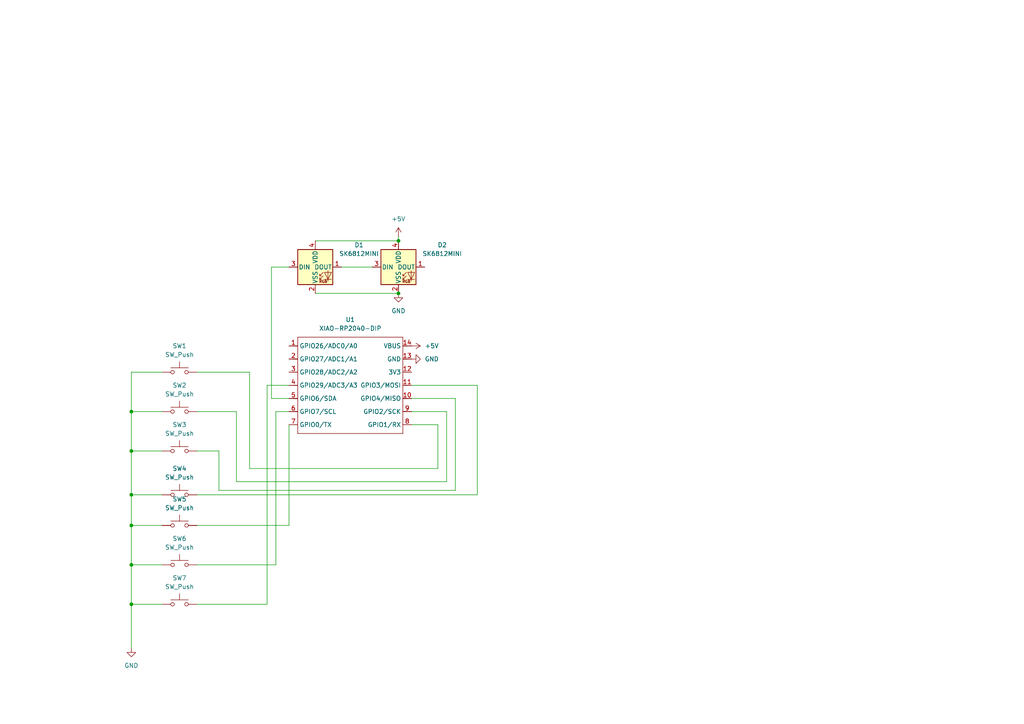
<source format=kicad_sch>
(kicad_sch (version 20250114) (generator "eeschema") (generator_version "9.0")
  (paper "A4")
  (lib_symbols
    (symbol "LED:SK6812MINI" (pin_names (offset 0.254))
      (property "Reference" "D" (at 5.08 5.715 0))
      (property "Value" "SK6812MINI" (at 1.27 -5.715 0))
      (symbol "SK6812MINI_0_0"
        (text "RGB" (at 2.286 -4.191 0) (effects (font (size 0.762 0.762))))
      )
      (symbol "SK6812MINI_0_1"
        (polyline (pts (xy 1.27 -2.54) (xy 1.778 -2.54)))
        (polyline (pts (xy 1.27 -3.556) (xy 1.778 -3.556)))
        (polyline (pts (xy 2.286 -1.524) (xy 1.27 -2.54) (xy 1.27 -2.032)))
        (polyline (pts (xy 2.286 -2.54) (xy 1.27 -3.556) (xy 1.27 -3.048)))
        (polyline (pts (xy 3.683 -1.016) (xy 3.683 -3.556) (xy 3.683 -4.064)))
        (polyline (pts (xy 4.699 -1.524) (xy 2.667 -1.524) (xy 3.683 -3.556) (xy 4.699 -1.524)))
        (polyline (pts (xy 4.699 -3.556) (xy 2.667 -3.556)))
        (rectangle (start 5.08 5.08) (end -5.08 -5.08) (stroke (width 0.254)) (fill (type background)))
      )
      (symbol "SK6812MINI_1_1"
        (pin input line (at -7.62 0 0) (length 2.54) (name "DIN") (number "3"))
        (pin power_in line (at 0 7.62 270) (length 2.54) (name "VDD") (number "4"))
        (pin power_in line (at 0 -7.62 90) (length 2.54) (name "VSS") (number "2"))
        (pin output line (at 7.62 0 180) (length 2.54) (name "DOUT") (number "1"))
      )
    )
    (symbol "Seeed_Studio_XIAO_Series:XIAO-RP2040-DIP"
      (property "Reference" "U" (at 0 0 0))
      (property "Value" "XIAO-RP2040-DIP" (at 5.334 -1.778 0))
      (symbol "XIAO-RP2040-DIP_1_0"
        (polyline (pts (xy -1.27 -2.54) (xy 29.21 -2.54)) (stroke (width 0.1524)))
        (polyline (pts (xy -1.27 -5.08) (xy -2.54 -5.08)) (stroke (width 0.1524)))
        (polyline (pts (xy -1.27 -5.08) (xy -1.27 -2.54)) (stroke (width 0.1524)))
        (polyline (pts (xy -1.27 -8.89) (xy -2.54 -8.89)) (stroke (width 0.1524)))
        (polyline (pts (xy -1.27 -8.89) (xy -1.27 -5.08)) (stroke (width 0.1524)))
        (polyline (pts (xy -1.27 -12.7) (xy -2.54 -12.7)) (stroke (width 0.1524)))
        (polyline (pts (xy -1.27 -12.7) (xy -1.27 -8.89)) (stroke (width 0.1524)))
        (polyline (pts (xy -1.27 -16.51) (xy -2.54 -16.51)) (stroke (width 0.1524)))
        (polyline (pts (xy -1.27 -16.51) (xy -1.27 -12.7)) (stroke (width 0.1524)))
        (polyline (pts (xy -1.27 -20.32) (xy -2.54 -20.32)) (stroke (width 0.1524)))
        (polyline (pts (xy -1.27 -24.13) (xy -2.54 -24.13)) (stroke (width 0.1524)))
        (polyline (pts (xy -1.27 -27.94) (xy -2.54 -27.94)) (stroke (width 0.1524)))
        (polyline (pts (xy -1.27 -30.48) (xy -1.27 -16.51)) (stroke (width 0.1524)))
        (polyline (pts (xy 29.21 -2.54) (xy 29.21 -5.08)) (stroke (width 0.1524)))
        (polyline (pts (xy 29.21 -5.08) (xy 29.21 -8.89)) (stroke (width 0.1524)))
        (polyline (pts (xy 29.21 -8.89) (xy 29.21 -12.7)) (stroke (width 0.1524)))
        (polyline (pts (xy 29.21 -12.7) (xy 29.21 -30.48)) (stroke (width 0.1524)))
        (polyline (pts (xy 29.21 -30.48) (xy -1.27 -30.48)) (stroke (width 0.1524)))
        (polyline (pts (xy 30.48 -5.08) (xy 29.21 -5.08)) (stroke (width 0.1524)))
        (polyline (pts (xy 30.48 -8.89) (xy 29.21 -8.89)) (stroke (width 0.1524)))
        (polyline (pts (xy 30.48 -12.7) (xy 29.21 -12.7)) (stroke (width 0.1524)))
        (polyline (pts (xy 30.48 -16.51) (xy 29.21 -16.51)) (stroke (width 0.1524)))
        (polyline (pts (xy 30.48 -20.32) (xy 29.21 -20.32)) (stroke (width 0.1524)))
        (polyline (pts (xy 30.48 -24.13) (xy 29.21 -24.13)) (stroke (width 0.1524)))
        (polyline (pts (xy 30.48 -27.94) (xy 29.21 -27.94)) (stroke (width 0.1524)))
        (pin passive line (at -3.81 -5.08 0) (length 2.54) (name "GPIO26/ADC0/A0") (number "1"))
        (pin passive line (at -3.81 -8.89 0) (length 2.54) (name "GPIO27/ADC1/A1") (number "2"))
        (pin passive line (at -3.81 -12.7 0) (length 2.54) (name "GPIO28/ADC2/A2") (number "3"))
        (pin passive line (at -3.81 -16.51 0) (length 2.54) (name "GPIO29/ADC3/A3") (number "4"))
        (pin passive line (at -3.81 -20.32 0) (length 2.54) (name "GPIO6/SDA") (number "5"))
        (pin passive line (at -3.81 -24.13 0) (length 2.54) (name "GPIO7/SCL") (number "6"))
        (pin passive line (at -3.81 -27.94 0) (length 2.54) (name "GPIO0/TX") (number "7"))
        (pin passive line (at 31.75 -5.08 180) (length 2.54) (name "VBUS") (number "14"))
        (pin passive line (at 31.75 -8.89 180) (length 2.54) (name "GND") (number "13"))
        (pin passive line (at 31.75 -12.7 180) (length 2.54) (name "3V3") (number "12"))
        (pin passive line (at 31.75 -16.51 180) (length 2.54) (name "GPIO3/MOSI") (number "11"))
        (pin passive line (at 31.75 -20.32 180) (length 2.54) (name "GPIO4/MISO") (number "10"))
        (pin passive line (at 31.75 -24.13 180) (length 2.54) (name "GPIO2/SCK") (number "9"))
        (pin passive line (at 31.75 -27.94 180) (length 2.54) (name "GPIO1/RX") (number "8"))
      )
    )
    (symbol "Switch:SW_Push" (pin_numbers (hide yes)) (pin_names (offset 1.016) (hide yes))
      (property "Reference" "SW" (at 1.27 2.54 0))
      (property "Value" "SW_Push" (at 0 -1.524 0))
      (symbol "SW_Push_0_1"
        (circle (center -2.032 0) (radius 0.508))
        (polyline (pts (xy 0 1.27) (xy 0 3.048)))
        (circle (center 2.032 0) (radius 0.508))
        (polyline (pts (xy 2.54 1.27) (xy -2.54 1.27)))
        (pin passive line (at -5.08 0 0) (length 2.54) (name "1") (number "1"))
        (pin passive line (at 5.08 0 180) (length 2.54) (name "2") (number "2"))
      )
    )
    (symbol "power:+5V" (power) (pin_numbers (hide yes)) (pin_names (offset 0) (hide yes))
      (property "Value" "+5V" (at 0 3.556 0))
      (symbol "+5V_0_1"
        (polyline (pts (xy -0.762 1.27) (xy 0 2.54)))
        (polyline (pts (xy 0 2.54) (xy 0.762 1.27)))
        (polyline (pts (xy 0 0) (xy 0 2.54)))
      )
      (symbol "+5V_1_1"
        (pin power_in line (at 0 0 90) (length 0) (name "~") (number "1"))
      )
    )
    (symbol "power:GND" (power) (pin_numbers (hide yes)) (pin_names (offset 0) (hide yes))
      (property "Value" "GND" (at 0 -3.81 0))
      (symbol "GND_0_1"
        (polyline (pts (xy 0 0) (xy 0 -1.27) (xy 1.27 -1.27) (xy 0 -2.54) (xy -1.27 -1.27) (xy 0 -1.27)))
      )
      (symbol "GND_1_1"
        (pin power_in line (at 0 0 270) (length 0) (name "~") (number "1"))
      )
    )
  )
  (junction (at 38.1 163.83))
  (junction (at 38.1 143.51))
  (junction (at 38.1 119.38))
  (junction (at 38.1 130.81))
  (junction (at 115.57 69.85))
  (junction (at 115.57 85.09))
  (junction (at 38.1 175.26))
  (junction (at 38.1 152.4))
  (wire (pts (xy 38.1 130.81) (xy 38.1 143.51)))
  (wire (pts (xy 46.99 152.4) (xy 38.1 152.4)))
  (wire (pts (xy 127 135.89) (xy 127 123.19)))
  (wire (pts (xy 72.39 107.95) (xy 72.39 135.89)))
  (wire (pts (xy 72.39 135.89) (xy 127 135.89)))
  (wire (pts (xy 38.1 130.81) (xy 46.99 130.81)))
  (wire (pts (xy 119.38 111.76) (xy 138.43 111.76)))
  (wire (pts (xy 132.08 142.24) (xy 132.08 115.57)))
  (wire (pts (xy 38.1 175.26) (xy 38.1 187.96)))
  (wire (pts (xy 57.15 175.26) (xy 77.47 175.26)))
  (wire (pts (xy 38.1 107.95) (xy 38.1 119.38)))
  (wire (pts (xy 80.01 163.83) (xy 80.01 119.38)))
  (wire (pts (xy 57.15 163.83) (xy 80.01 163.83)))
  (wire (pts (xy 77.47 111.76) (xy 83.82 111.76)))
  (wire (pts (xy 80.01 119.38) (xy 83.82 119.38)))
  (wire (pts (xy 63.5 130.81) (xy 63.5 142.24)))
  (wire (pts (xy 57.15 119.38) (xy 68.58 119.38)))
  (wire (pts (xy 57.15 107.95) (xy 72.39 107.95)))
  (wire (pts (xy 57.15 143.51) (xy 138.43 143.51)))
  (wire (pts (xy 46.99 107.95) (xy 38.1 107.95)))
  (wire (pts (xy 68.58 139.7) (xy 129.54 139.7)))
  (wire (pts (xy 83.82 152.4) (xy 83.82 123.19)))
  (wire (pts (xy 129.54 139.7) (xy 129.54 119.38)))
  (wire (pts (xy 38.1 119.38) (xy 38.1 130.81)))
  (wire (pts (xy 38.1 163.83) (xy 46.99 163.83)))
  (wire (pts (xy 38.1 143.51) (xy 46.99 143.51)))
  (wire (pts (xy 63.5 142.24) (xy 132.08 142.24)))
  (wire (pts (xy 38.1 163.83) (xy 38.1 175.26)))
  (wire (pts (xy 68.58 119.38) (xy 68.58 139.7)))
  (wire (pts (xy 99.06 77.47) (xy 107.95 77.47)))
  (wire (pts (xy 91.44 69.85) (xy 115.57 69.85)))
  (wire (pts (xy 119.38 115.57) (xy 132.08 115.57)))
  (wire (pts (xy 38.1 152.4) (xy 38.1 163.83)))
  (wire (pts (xy 38.1 143.51) (xy 38.1 152.4)))
  (wire (pts (xy 138.43 143.51) (xy 138.43 111.76)))
  (wire (pts (xy 57.15 130.81) (xy 63.5 130.81)))
  (wire (pts (xy 38.1 175.26) (xy 46.99 175.26)))
  (wire (pts (xy 78.74 77.47) (xy 83.82 77.47)))
  (wire (pts (xy 78.74 115.57) (xy 78.74 77.47)))
  (wire (pts (xy 83.82 115.57) (xy 78.74 115.57)))
  (wire (pts (xy 115.57 68.58) (xy 115.57 69.85)))
  (wire (pts (xy 57.15 152.4) (xy 83.82 152.4)))
  (wire (pts (xy 38.1 119.38) (xy 46.99 119.38)))
  (wire (pts (xy 119.38 119.38) (xy 129.54 119.38)))
  (wire (pts (xy 91.44 85.09) (xy 115.57 85.09)))
  (wire (pts (xy 119.38 123.19) (xy 127 123.19)))
  (wire (pts (xy 77.47 175.26) (xy 77.47 111.76)))
  (symbol (lib_id "power:+5V") (at 115.57 68.58 0) (unit 1)
    (property "Reference" "#PWR05" (effects (hide yes)))
    (property "Value" "+5V" (at 115.57 63.5 0))
    (property "Description" "Power symbol creates a global label with name \"+5V\"" (effects (hide yes)))
  )
  (symbol (lib_id "Switch:SW_Push") (at 52.07 152.4 0) (unit 1)
    (property "Reference" "SW5" (at 52.07 144.78 0))
    (property "Value" "SW_Push" (at 52.07 147.32 0))
    (property "Footprint" "Button_Switch_Keyboard:SW_Cherry_MX_1.00u_PCB" (effects (hide yes)))
    (property "Description" "Push button switch, generic, two pins" (effects (hide yes)))
  )
  (symbol (lib_id "Switch:SW_Push") (at 52.07 107.95 0) (unit 1)
    (property "Reference" "SW1" (at 52.07 100.33 0))
    (property "Value" "SW_Push" (at 52.07 102.87 0))
    (property "Footprint" "Button_Switch_Keyboard:SW_Cherry_MX_1.00u_PCB" (effects (hide yes)))
    (property "Description" "Push button switch, generic, two pins" (effects (hide yes)))
  )
  (symbol (lib_id "LED:SK6812MINI") (at 91.44 77.47 0) (unit 1)
    (property "Reference" "D1" (at 104.14 71.0498 0))
    (property "Value" "SK6812MINI" (at 104.14 73.5898 0))
    (property "Footprint" "LED_SMD:LED_SK6812MINI_PLCC4_3.5x3.5mm_P1.75mm" (effects (hide yes)))
    (property "Datasheet" "https://cdn-shop.adafruit.com/product-files/2686/SK6812MINI_REV.01-1-2.pdf" (effects (hide yes)))
    (property "Description" "RGB LED with integrated controller" (effects (hide yes)))
  )
  (symbol (lib_id "Switch:SW_Push") (at 52.07 143.51 0) (unit 1)
    (property "Reference" "SW4" (at 52.07 135.89 0))
    (property "Value" "SW_Push" (at 52.07 138.43 0))
    (property "Footprint" "Button_Switch_Keyboard:SW_Cherry_MX_1.00u_PCB" (effects (hide yes)))
    (property "Description" "Push button switch, generic, two pins" (effects (hide yes)))
  )
  (symbol (lib_id "LED:SK6812MINI") (at 115.57 77.47 0) (unit 1)
    (property "Reference" "D2" (at 128.27 71.0498 0))
    (property "Value" "SK6812MINI" (at 128.27 73.5898 0))
    (property "Footprint" "LED_SMD:LED_SK6812MINI_PLCC4_3.5x3.5mm_P1.75mm" (effects (hide yes)))
    (property "Datasheet" "https://cdn-shop.adafruit.com/product-files/2686/SK6812MINI_REV.01-1-2.pdf" (effects (hide yes)))
    (property "Description" "RGB LED with integrated controller" (effects (hide yes)))
  )
  (symbol (lib_id "Switch:SW_Push") (at 52.07 163.83 0) (unit 1)
    (property "Reference" "SW6" (at 52.07 156.21 0))
    (property "Value" "SW_Push" (at 52.07 158.75 0))
    (property "Footprint" "Button_Switch_Keyboard:SW_Cherry_MX_1.00u_PCB" (effects (hide yes)))
    (property "Description" "Push button switch, generic, two pins" (effects (hide yes)))
  )
  (symbol (lib_id "Switch:SW_Push") (at 52.07 130.81 0) (unit 1)
    (property "Reference" "SW3" (at 52.07 123.19 0))
    (property "Value" "SW_Push" (at 52.07 125.73 0))
    (property "Footprint" "Button_Switch_Keyboard:SW_Cherry_MX_1.00u_PCB" (effects (hide yes)))
    (property "Description" "Push button switch, generic, two pins" (effects (hide yes)))
  )
  (symbol (lib_id "Switch:SW_Push") (at 52.07 119.38 0) (unit 1)
    (property "Reference" "SW2" (at 52.07 111.76 0))
    (property "Value" "SW_Push" (at 52.07 114.3 0))
    (property "Footprint" "Button_Switch_Keyboard:SW_Cherry_MX_1.00u_PCB" (effects (hide yes)))
    (property "Description" "Push button switch, generic, two pins" (effects (hide yes)))
  )
  (symbol (lib_id "power:GND") (at 38.1 187.96 0) (unit 1)
    (property "Reference" "#PWR01" (effects (hide yes)))
    (property "Value" "GND" (at 38.1 193.04 0))
    (property "Description" "Power symbol creates a global label with name \"GND\" , ground" (effects (hide yes)))
  )
  (symbol (lib_id "Switch:SW_Push") (at 52.07 175.26 0) (unit 1)
    (property "Reference" "SW7" (at 52.07 167.64 0))
    (property "Value" "SW_Push" (at 52.07 170.18 0))
    (property "Footprint" "Button_Switch_Keyboard:SW_Cherry_MX_1.00u_PCB" (effects (hide yes)))
    (property "Description" "Push button switch, generic, two pins" (effects (hide yes)))
  )
  (symbol (lib_id "power:GND") (at 115.57 85.09 0) (unit 1)
    (property "Reference" "#PWR04" (effects (hide yes)))
    (property "Value" "GND" (at 115.57 90.17 0))
    (property "Description" "Power symbol creates a global label with name \"GND\" , ground" (effects (hide yes)))
  )
  (symbol (lib_id "power:+5V") (at 119.38 100.33 270) (unit 1)
    (property "Reference" "#PWR03" (effects (hide yes)))
    (property "Value" "+5V" (at 123.19 100.3299 90) (effects (justify left)))
    (property "Description" "Power symbol creates a global label with name \"+5V\"" (effects (hide yes)))
  )
  (symbol (lib_id "Seeed_Studio_XIAO_Series:XIAO-RP2040-DIP") (at 87.63 95.25 0) (unit 1)
    (property "Reference" "U1" (at 101.6 92.71 0))
    (property "Value" "XIAO-RP2040-DIP" (at 101.6 95.25 0))
    (property "Footprint" "OPL:XIAO-RP2040-DIP" (effects (hide yes)))
  )
  (symbol (lib_id "power:GND") (at 119.38 104.14 90) (unit 1)
    (property "Reference" "#PWR02" (effects (hide yes)))
    (property "Value" "GND" (at 123.19 104.1399 90) (effects (justify right)))
    (property "Description" "Power symbol creates a global label with name \"GND\" , ground" (effects (hide yes)))
  )
)
</source>
